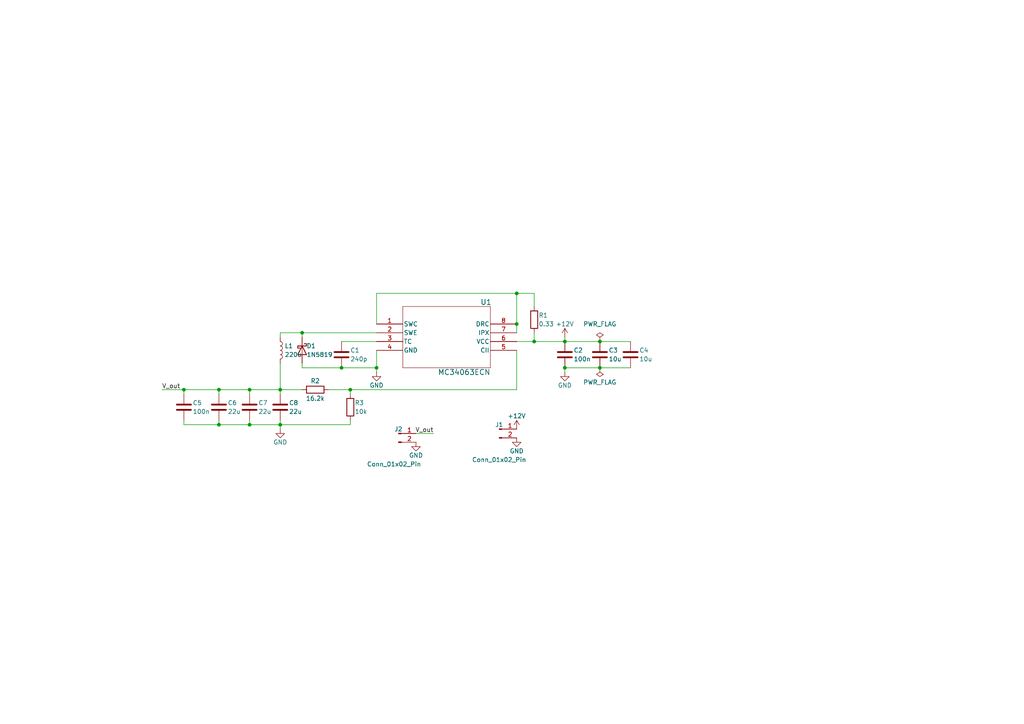
<source format=kicad_sch>
(kicad_sch (version 20250114) (generator "eeschema") (generator_version "9.0")
  (paper "A4")
  (lib_symbols
    (symbol "3117_lib:MC34063ECN" (pin_names (offset 0.254))
      (property "Reference" "U" (at 20.32 10.16 0))
      (property "Value" "MC34063ECN" (at 20.32 7.62 0))
      (symbol "MC34063ECN_0_1"
        (polyline (pts (xy 7.62 5.08) (xy 7.62 -12.7)) (stroke (width 0.127)))
        (polyline (pts (xy 7.62 -12.7) (xy 33.02 -12.7)) (stroke (width 0.127)))
        (polyline (pts (xy 33.02 5.08) (xy 7.62 5.08)) (stroke (width 0.127)))
        (polyline (pts (xy 33.02 -12.7) (xy 33.02 5.08)) (stroke (width 0.127)))
        (pin unspecified line (at 0 0 0) (length 7.62) (name "SWC") (number "1"))
        (pin unspecified line (at 0 -2.54 0) (length 7.62) (name "SWE") (number "2"))
        (pin unspecified line (at 0 -5.08 0) (length 7.62) (name "TC") (number "3"))
        (pin power_in line (at 0 -7.62 0) (length 7.62) (name "GND") (number "4"))
        (pin unspecified line (at 40.64 0 180) (length 7.62) (name "DRC") (number "8"))
        (pin unspecified line (at 40.64 -2.54 180) (length 7.62) (name "IPX") (number "7"))
        (pin power_in line (at 40.64 -5.08 180) (length 7.62) (name "VCC") (number "6"))
        (pin input line (at 40.64 -7.62 180) (length 7.62) (name "CII") (number "5"))
      )
    )
    (symbol "Connector:Conn_01x02_Pin" (pin_names (offset 1.016) (hide yes))
      (property "Reference" "J" (at 0 2.54 0))
      (property "Value" "Conn_01x02_Pin" (at 0 -5.08 0))
      (symbol "Conn_01x02_Pin_1_1"
        (rectangle (start 0.8636 0.127) (end 0 -0.127) (stroke (width 0.1524)) (fill (type outline)))
        (rectangle (start 0.8636 -2.413) (end 0 -2.667) (stroke (width 0.1524)) (fill (type outline)))
        (polyline (pts (xy 1.27 0) (xy 0.8636 0)) (stroke (width 0.1524)))
        (polyline (pts (xy 1.27 -2.54) (xy 0.8636 -2.54)) (stroke (width 0.1524)))
        (pin passive line (at 5.08 0 180) (length 3.81) (name "Pin_1") (number "1"))
        (pin passive line (at 5.08 -2.54 180) (length 3.81) (name "Pin_2") (number "2"))
      )
    )
    (symbol "Device:C" (pin_numbers (hide yes)) (pin_names (offset 0.254))
      (property "Reference" "C" (at 0.635 2.54 0))
      (property "Value" "C" (at 0.635 -2.54 0))
      (symbol "C_0_1"
        (polyline (pts (xy -2.032 0.762) (xy 2.032 0.762)) (stroke (width 0.508)))
        (polyline (pts (xy -2.032 -0.762) (xy 2.032 -0.762)) (stroke (width 0.508)))
      )
      (symbol "C_1_1"
        (pin passive line (at 0 3.81 270) (length 2.794) (name "~") (number "1"))
        (pin passive line (at 0 -3.81 90) (length 2.794) (name "~") (number "2"))
      )
    )
    (symbol "Device:L" (pin_numbers (hide yes)) (pin_names (offset 1.016) (hide yes))
      (property "Reference" "L" (at -1.27 0 90))
      (property "Value" "L" (at 1.905 0 90))
      (symbol "L_0_1"
        (arc (start 0 2.54) (mid 0.6323 1.905) (end 0 1.27))
        (arc (start 0 1.27) (mid 0.6323 0.635) (end 0 0))
        (arc (start 0 0) (mid 0.6323 -0.635) (end 0 -1.27))
        (arc (start 0 -1.27) (mid 0.6323 -1.905) (end 0 -2.54))
      )
      (symbol "L_1_1"
        (pin passive line (at 0 3.81 270) (length 1.27) (name "1") (number "1"))
        (pin passive line (at 0 -3.81 90) (length 1.27) (name "2") (number "2"))
      )
    )
    (symbol "Device:R" (pin_numbers (hide yes)) (pin_names (offset 0))
      (property "Reference" "R" (at 2.032 0 90))
      (property "Value" "R" (at 0 0 90))
      (symbol "R_0_1"
        (rectangle (start -1.016 -2.54) (end 1.016 2.54) (stroke (width 0.254)))
      )
      (symbol "R_1_1"
        (pin passive line (at 0 3.81 270) (length 1.27) (name "~") (number "1"))
        (pin passive line (at 0 -3.81 90) (length 1.27) (name "~") (number "2"))
      )
    )
    (symbol "Diode:1N5819" (pin_numbers (hide yes)) (pin_names (offset 1.016) (hide yes))
      (property "Reference" "D" (at 0 2.54 0))
      (property "Value" "1N5819" (at 0 -2.54 0))
      (symbol "1N5819_0_1"
        (polyline (pts (xy -1.905 0.635) (xy -1.905 1.27) (xy -1.27 1.27) (xy -1.27 -1.27) (xy -0.635 -1.27) (xy -0.635 -0.635)) (stroke (width 0.254)))
        (polyline (pts (xy 1.27 1.27) (xy 1.27 -1.27) (xy -1.27 0) (xy 1.27 1.27)) (stroke (width 0.254)))
        (polyline (pts (xy 1.27 0) (xy -1.27 0)))
      )
      (symbol "1N5819_1_1"
        (pin passive line (at -3.81 0 0) (length 2.54) (name "K") (number "1"))
        (pin passive line (at 3.81 0 180) (length 2.54) (name "A") (number "2"))
      )
    )
    (symbol "power:+12V" (power) (pin_numbers (hide yes)) (pin_names (offset 0) (hide yes))
      (property "Value" "+12V" (at 0 3.556 0))
      (symbol "+12V_0_1"
        (polyline (pts (xy -0.762 1.27) (xy 0 2.54)))
        (polyline (pts (xy 0 2.54) (xy 0.762 1.27)))
        (polyline (pts (xy 0 0) (xy 0 2.54)))
      )
      (symbol "+12V_1_1"
        (pin power_in line (at 0 0 90) (length 0) (name "~") (number "1"))
      )
    )
    (symbol "power:GND" (power) (pin_numbers (hide yes)) (pin_names (offset 0) (hide yes))
      (property "Value" "GND" (at 0 -3.81 0))
      (symbol "GND_0_1"
        (polyline (pts (xy 0 0) (xy 0 -1.27) (xy 1.27 -1.27) (xy 0 -2.54) (xy -1.27 -1.27) (xy 0 -1.27)))
      )
      (symbol "GND_1_1"
        (pin power_in line (at 0 0 270) (length 0) (name "~") (number "1"))
      )
    )
    (symbol "power:PWR_FLAG" (power) (pin_numbers (hide yes)) (pin_names (offset 0) (hide yes))
      (property "Value" "PWR_FLAG" (at 0 3.81 0))
      (symbol "PWR_FLAG_0_0"
        (pin power_out line (at 0 0 90) (length 0) (name "~") (number "1"))
      )
      (symbol "PWR_FLAG_0_1"
        (polyline (pts (xy 0 0) (xy 0 1.27) (xy -1.016 1.905) (xy 0 2.54) (xy 1.016 1.905) (xy 0 1.27)))
      )
    )
  )
  (junction (at 163.83 106.68))
  (junction (at 53.34 113.03))
  (junction (at 81.28 123.19))
  (junction (at 63.5 123.19))
  (junction (at 163.83 99.06))
  (junction (at 109.22 106.68))
  (junction (at 99.06 106.68))
  (junction (at 101.6 113.03))
  (junction (at 149.86 85.09))
  (junction (at 149.86 93.98))
  (junction (at 173.99 99.06))
  (junction (at 63.5 113.03))
  (junction (at 72.39 113.03))
  (junction (at 173.99 106.68))
  (junction (at 81.28 113.03))
  (junction (at 154.94 99.06))
  (junction (at 72.39 123.19))
  (junction (at 87.63 96.52))
  (wire (pts (xy 72.39 121.92) (xy 72.39 123.19)))
  (wire (pts (xy 109.22 106.68) (xy 109.22 101.6)))
  (wire (pts (xy 99.06 106.68) (xy 109.22 106.68)))
  (wire (pts (xy 149.86 85.09) (xy 154.94 85.09)))
  (wire (pts (xy 81.28 105.41) (xy 81.28 113.03)))
  (wire (pts (xy 99.06 99.06) (xy 109.22 99.06)))
  (wire (pts (xy 109.22 85.09) (xy 149.86 85.09)))
  (wire (pts (xy 72.39 113.03) (xy 81.28 113.03)))
  (wire (pts (xy 173.99 106.68) (xy 182.88 106.68)))
  (wire (pts (xy 95.25 113.03) (xy 101.6 113.03)))
  (wire (pts (xy 101.6 113.03) (xy 149.86 113.03)))
  (wire (pts (xy 149.86 85.09) (xy 149.86 93.98)))
  (wire (pts (xy 154.94 96.52) (xy 154.94 99.06)))
  (wire (pts (xy 101.6 123.19) (xy 101.6 121.92)))
  (wire (pts (xy 149.86 93.98) (xy 149.86 96.52)))
  (wire (pts (xy 81.28 96.52) (xy 87.63 96.52)))
  (wire (pts (xy 87.63 106.68) (xy 99.06 106.68)))
  (wire (pts (xy 53.34 123.19) (xy 63.5 123.19)))
  (wire (pts (xy 101.6 113.03) (xy 101.6 114.3)))
  (wire (pts (xy 87.63 97.79) (xy 87.63 96.52)))
  (wire (pts (xy 63.5 113.03) (xy 72.39 113.03)))
  (wire (pts (xy 149.86 99.06) (xy 154.94 99.06)))
  (wire (pts (xy 163.83 99.06) (xy 163.83 97.79)))
  (wire (pts (xy 173.99 99.06) (xy 182.88 99.06)))
  (wire (pts (xy 81.28 113.03) (xy 87.63 113.03)))
  (wire (pts (xy 72.39 113.03) (xy 72.39 114.3)))
  (wire (pts (xy 154.94 99.06) (xy 163.83 99.06)))
  (wire (pts (xy 81.28 124.46) (xy 81.28 123.19)))
  (wire (pts (xy 125.73 125.73) (xy 120.65 125.73)))
  (wire (pts (xy 46.99 113.03) (xy 53.34 113.03)))
  (wire (pts (xy 81.28 96.52) (xy 81.28 97.79)))
  (wire (pts (xy 63.5 113.03) (xy 63.5 114.3)))
  (wire (pts (xy 53.34 113.03) (xy 63.5 113.03)))
  (wire (pts (xy 53.34 123.19) (xy 53.34 121.92)))
  (wire (pts (xy 163.83 99.06) (xy 173.99 99.06)))
  (wire (pts (xy 72.39 123.19) (xy 81.28 123.19)))
  (wire (pts (xy 163.83 107.95) (xy 163.83 106.68)))
  (wire (pts (xy 154.94 85.09) (xy 154.94 88.9)))
  (wire (pts (xy 81.28 123.19) (xy 81.28 121.92)))
  (wire (pts (xy 63.5 121.92) (xy 63.5 123.19)))
  (wire (pts (xy 87.63 96.52) (xy 109.22 96.52)))
  (wire (pts (xy 109.22 107.95) (xy 109.22 106.68)))
  (wire (pts (xy 81.28 113.03) (xy 81.28 114.3)))
  (wire (pts (xy 149.86 113.03) (xy 149.86 101.6)))
  (wire (pts (xy 163.83 106.68) (xy 173.99 106.68)))
  (wire (pts (xy 63.5 123.19) (xy 72.39 123.19)))
  (wire (pts (xy 53.34 113.03) (xy 53.34 114.3)))
  (wire (pts (xy 87.63 105.41) (xy 87.63 106.68)))
  (wire (pts (xy 109.22 93.98) (xy 109.22 85.09)))
  (wire (pts (xy 81.28 123.19) (xy 101.6 123.19)))
  (label "V_out" (at 46.99 113.03 0))
  (label "V_out" (at 125.73 125.73 180))
  (symbol (lib_id "power:GND") (at 109.22 107.95 0) (unit 1)
    (property "Reference" "#PWR02" (effects (hide yes)))
    (property "Value" "GND" (at 109.22 111.76 0))
    (property "Description" "Power symbol creates a global label with name \"GND\" , ground" (effects (hide yes)))
  )
  (symbol (lib_id "Device:C") (at 81.28 118.11 0) (unit 1)
    (property "Reference" "C8" (at 83.82 116.84 0) (effects (justify left)))
    (property "Value" "22u" (at 83.82 119.38 0) (effects (justify left)))
    (property "Footprint" "Capacitor_SMD:C_0805_2012Metric" (effects (hide yes)))
    (property "Description" "Unpolarized capacitor" (effects (hide yes)))
  )
  (symbol (lib_id "Device:C") (at 99.06 102.87 0) (unit 1)
    (property "Reference" "C1" (at 101.6 101.6 0) (effects (justify left)))
    (property "Value" "240p" (at 101.6 104.14 0) (effects (justify left)))
    (property "Footprint" "Capacitor_SMD:C_0805_2012Metric" (effects (hide yes)))
    (property "Description" "Unpolarized capacitor" (effects (hide yes)))
  )
  (symbol (lib_id "Connector:Conn_01x02_Pin") (at 115.57 125.73 0) (unit 1)
    (property "Reference" "J2" (at 115.57 124.46 0))
    (property "Value" "Conn_01x02_Pin" (at 114.3 134.62 0))
    (property "Footprint" "3117_lib:PinHeader_1x2_2.54mm_Vertical" (effects (hide yes)))
    (property "Description" "Generic connector, single row, 01x02, script generated" (effects (hide yes)))
  )
  (symbol (lib_id "Device:C") (at 53.34 118.11 0) (unit 1)
    (property "Reference" "C5" (at 55.88 116.84 0) (effects (justify left)))
    (property "Value" "100n" (at 55.88 119.38 0) (effects (justify left)))
    (property "Footprint" "Capacitor_SMD:C_0805_2012Metric" (effects (hide yes)))
    (property "Description" "Unpolarized capacitor" (effects (hide yes)))
  )
  (symbol (lib_id "power:PWR_FLAG") (at 173.99 99.06 0) (unit 1)
    (property "Reference" "#FLG01" (effects (hide yes)))
    (property "Value" "PWR_FLAG" (at 173.99 93.98 0))
    (property "Description" "Special symbol for telling ERC where power comes from" (effects (hide yes)))
  )
  (symbol (lib_id "3117_lib:MC34063ECN") (at 109.22 93.98 0) (unit 1)
    (property "Reference" "U1" (at 140.97 87.63 0) (effects (font (size 1.524 1.524))))
    (property "Value" "MC34063ECN" (at 134.62 107.95 0) (effects (font (size 1.524 1.524))))
    (property "Footprint" "3117_lib:DIP-8_STM" (effects (hide yes)))
    (property "Datasheet" "MC34063ECN" (effects (hide yes)))
  )
  (symbol (lib_id "power:PWR_FLAG") (at 173.99 106.68 180) (unit 1)
    (property "Reference" "#FLG02" (effects (hide yes)))
    (property "Value" "PWR_FLAG" (at 173.99 110.8837 0))
    (property "Description" "Special symbol for telling ERC where power comes from" (effects (hide yes)))
  )
  (symbol (lib_id "Device:R") (at 91.44 113.03 90) (unit 1)
    (property "Reference" "R2" (at 91.44 110.49 90))
    (property "Value" "16.2k" (at 91.44 115.57 90))
    (property "Footprint" "Resistor_SMD:R_0805_2012Metric" (effects (hide yes)))
    (property "Description" "Resistor" (effects (hide yes)))
  )
  (symbol (lib_id "power:GND") (at 149.86 127 0) (unit 1)
    (property "Reference" "#PWR06" (effects (hide yes)))
    (property "Value" "GND" (at 149.86 130.81 0))
    (property "Description" "Power symbol creates a global label with name \"GND\" , ground" (effects (hide yes)))
  )
  (symbol (lib_id "Device:C") (at 163.83 102.87 0) (unit 1)
    (property "Reference" "C2" (at 166.37 101.6 0) (effects (justify left)))
    (property "Value" "100n" (at 166.37 104.14 0) (effects (justify left)))
    (property "Footprint" "Capacitor_SMD:C_0805_2012Metric" (effects (hide yes)))
    (property "Description" "Unpolarized capacitor" (effects (hide yes)))
  )
  (symbol (lib_id "Device:C") (at 182.88 102.87 0) (unit 1)
    (property "Reference" "C4" (at 185.42 101.6 0) (effects (justify left)))
    (property "Value" "10u" (at 185.42 104.14 0) (effects (justify left)))
    (property "Footprint" "Capacitor_SMD:C_0805_2012Metric" (effects (hide yes)))
    (property "Description" "Unpolarized capacitor" (effects (hide yes)))
  )
  (symbol (lib_id "Device:C") (at 63.5 118.11 0) (unit 1)
    (property "Reference" "C6" (at 66.04 116.84 0) (effects (justify left)))
    (property "Value" "22u" (at 66.04 119.38 0) (effects (justify left)))
    (property "Footprint" "Capacitor_SMD:C_0805_2012Metric" (effects (hide yes)))
    (property "Description" "Unpolarized capacitor" (effects (hide yes)))
  )
  (symbol (lib_id "power:GND") (at 120.65 128.27 0) (unit 1)
    (property "Reference" "#PWR07" (effects (hide yes)))
    (property "Value" "GND" (at 120.65 132.08 0))
    (property "Description" "Power symbol creates a global label with name \"GND\" , ground" (effects (hide yes)))
  )
  (symbol (lib_id "power:GND") (at 81.28 124.46 0) (unit 1)
    (property "Reference" "#PWR04" (effects (hide yes)))
    (property "Value" "GND" (at 81.28 128.27 0))
    (property "Description" "Power symbol creates a global label with name \"GND\" , ground" (effects (hide yes)))
  )
  (symbol (lib_id "Device:C") (at 173.99 102.87 0) (unit 1)
    (property "Reference" "C3" (at 176.53 101.6 0) (effects (justify left)))
    (property "Value" "10u" (at 176.53 104.14 0) (effects (justify left)))
    (property "Footprint" "Capacitor_SMD:C_0805_2012Metric" (effects (hide yes)))
    (property "Description" "Unpolarized capacitor" (effects (hide yes)))
  )
  (symbol (lib_id "Device:L") (at 81.28 101.6 0) (unit 1)
    (property "Reference" "L1" (at 82.55 100.3299 0) (effects (justify left)))
    (property "Value" "220u" (at 82.55 102.8699 0) (effects (justify left)))
    (property "Footprint" "3117_lib:IND_RCH8011_SUM" (effects (hide yes)))
    (property "Description" "Inductor" (effects (hide yes)))
  )
  (symbol (lib_id "power:GND") (at 163.83 107.95 0) (unit 1)
    (property "Reference" "#PWR03" (effects (hide yes)))
    (property "Value" "GND" (at 163.83 111.76 0))
    (property "Description" "Power symbol creates a global label with name \"GND\" , ground" (effects (hide yes)))
  )
  (symbol (lib_id "Device:R") (at 154.94 92.71 0) (unit 1)
    (property "Reference" "R1" (at 156.21 91.44 0) (effects (justify left)))
    (property "Value" "0.33" (at 156.21 93.98 0) (effects (justify left)))
    (property "Footprint" "Resistor_SMD:R_0805_2012Metric" (effects (hide yes)))
    (property "Description" "Resistor" (effects (hide yes)))
  )
  (symbol (lib_id "Device:C") (at 72.39 118.11 0) (unit 1)
    (property "Reference" "C7" (at 74.93 116.84 0) (effects (justify left)))
    (property "Value" "22u" (at 74.93 119.38 0) (effects (justify left)))
    (property "Footprint" "Capacitor_SMD:C_0805_2012Metric" (effects (hide yes)))
    (property "Description" "Unpolarized capacitor" (effects (hide yes)))
  )
  (symbol (lib_id "power:+12V") (at 149.86 124.46 0) (unit 1)
    (property "Reference" "#PWR05" (effects (hide yes)))
    (property "Value" "+12V" (at 149.86 120.65 0))
    (property "Description" "Power symbol creates a global label with name \"+12V\"" (effects (hide yes)))
  )
  (symbol (lib_id "Device:R") (at 101.6 118.11 0) (unit 1)
    (property "Reference" "R3" (at 102.87 116.84 0) (effects (justify left)))
    (property "Value" "10k" (at 102.87 119.38 0) (effects (justify left)))
    (property "Footprint" "Resistor_SMD:R_0805_2012Metric" (effects (hide yes)))
    (property "Description" "Resistor" (effects (hide yes)))
  )
  (symbol (lib_id "Diode:1N5819") (at 87.63 101.6 270) (unit 1)
    (property "Reference" "D1" (at 88.9 100.33 90) (effects (justify left)))
    (property "Value" "1N5819" (at 88.9 102.87 90) (effects (justify left)))
    (property "Footprint" "Diode_THT:D_DO-41_SOD81_P10.16mm_Horizontal" (effects (hide yes)))
    (property "Datasheet" "http://www.vishay.com/docs/88525/1n5817.pdf" (effects (hide yes)))
    (property "Description" "40V 1A Schottky Barrier Rectifier Diode, DO-41" (effects (hide yes)))
  )
  (symbol (lib_id "power:+12V") (at 163.83 97.79 0) (unit 1)
    (property "Reference" "#PWR01" (effects (hide yes)))
    (property "Value" "+12V" (at 163.83 93.98 0))
    (property "Description" "Power symbol creates a global label with name \"+12V\"" (effects (hide yes)))
  )
  (symbol (lib_id "Connector:Conn_01x02_Pin") (at 144.78 124.46 0) (unit 1)
    (property "Reference" "J1" (at 144.78 123.19 0))
    (property "Value" "Conn_01x02_Pin" (at 144.78 133.35 0))
    (property "Footprint" "3117_lib:PinHeader_1x2_2.54mm_Vertical" (effects (hide yes)))
    (property "Description" "Generic connector, single row, 01x02, script generated" (effects (hide yes)))
  )
)
</source>
